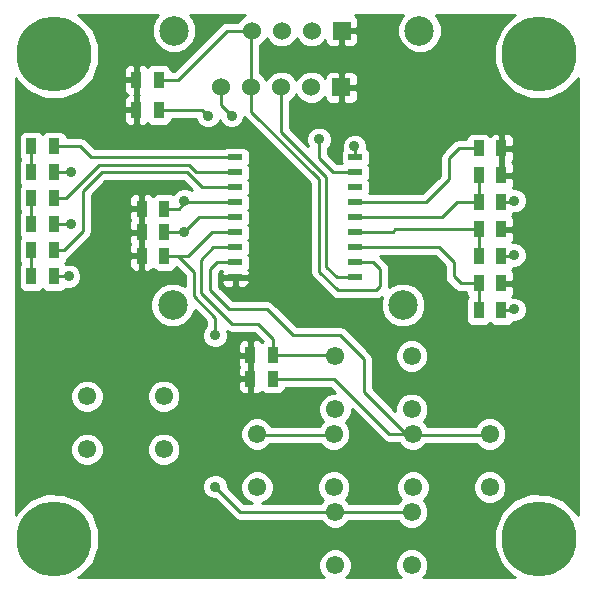
<source format=gtl>
G04 (created by PCBNEW (2013-07-07 BZR 4022)-stable) date 3/7/2015 2:00:05 PM*
%MOIN*%
G04 Gerber Fmt 3.4, Leading zero omitted, Abs format*
%FSLAX34Y34*%
G01*
G70*
G90*
G04 APERTURE LIST*
%ADD10C,0.00590551*%
%ADD11C,0.061*%
%ADD12C,0.25*%
%ADD13R,0.035X0.055*%
%ADD14R,0.045X0.02*%
%ADD15R,0.06X0.06*%
%ADD16C,0.06*%
%ADD17C,0.0984252*%
%ADD18C,0.035*%
%ADD19C,0.01*%
G04 APERTURE END LIST*
G54D10*
G54D11*
X50924Y-39822D03*
X50924Y-41594D03*
X53484Y-39822D03*
X53484Y-41594D03*
X48326Y-37224D03*
X48326Y-38996D03*
X50886Y-37224D03*
X50886Y-38996D03*
X48326Y-42421D03*
X48326Y-44193D03*
X50886Y-42421D03*
X50886Y-44193D03*
X45727Y-39822D03*
X45727Y-41594D03*
X48287Y-39822D03*
X48287Y-41594D03*
X40058Y-38562D03*
X40058Y-40334D03*
X42618Y-38562D03*
X42618Y-40334D03*
G54D12*
X55118Y-43307D03*
X38976Y-43307D03*
X55118Y-27165D03*
X38976Y-27165D03*
G54D13*
X45506Y-37980D03*
X46256Y-37980D03*
X45506Y-37192D03*
X46256Y-37192D03*
X41884Y-33885D03*
X42634Y-33885D03*
X41884Y-33098D03*
X42634Y-33098D03*
X41884Y-32311D03*
X42634Y-32311D03*
X38207Y-34566D03*
X38957Y-34566D03*
X38207Y-32834D03*
X38957Y-32834D03*
X38207Y-31102D03*
X38957Y-31102D03*
X38957Y-33700D03*
X38207Y-33700D03*
X38957Y-31968D03*
X38207Y-31968D03*
X38957Y-30236D03*
X38207Y-30236D03*
X41705Y-29023D03*
X42455Y-29023D03*
X41705Y-28023D03*
X42455Y-28023D03*
X53860Y-34806D03*
X53110Y-34806D03*
X53860Y-33006D03*
X53110Y-33006D03*
X53860Y-31206D03*
X53110Y-31206D03*
X53860Y-30306D03*
X53110Y-30306D03*
G54D14*
X45007Y-34598D03*
X45007Y-34098D03*
X45007Y-32598D03*
X45007Y-32098D03*
X49007Y-34598D03*
X49007Y-34098D03*
X49007Y-33598D03*
X49007Y-33098D03*
X49007Y-32598D03*
X49007Y-32098D03*
X49007Y-31598D03*
X49007Y-31098D03*
X49007Y-30598D03*
X45007Y-30598D03*
X45007Y-31098D03*
X45007Y-31598D03*
X45007Y-33098D03*
X45007Y-33598D03*
G54D13*
X53110Y-35706D03*
X53860Y-35706D03*
X53110Y-33906D03*
X53860Y-33906D03*
X53110Y-32106D03*
X53860Y-32106D03*
G54D15*
X48547Y-26377D03*
G54D16*
X47547Y-26377D03*
X46547Y-26377D03*
X45547Y-26377D03*
G54D17*
X50590Y-35523D03*
X42913Y-35523D03*
X51141Y-26377D03*
X42952Y-26377D03*
G54D15*
X48535Y-28267D03*
G54D16*
X47535Y-28267D03*
X46535Y-28267D03*
X45535Y-28267D03*
X44535Y-28267D03*
G54D18*
X54291Y-35669D03*
X54291Y-33858D03*
X54291Y-32047D03*
X48976Y-30236D03*
X39448Y-34566D03*
X39527Y-32834D03*
X39527Y-31102D03*
X44094Y-29212D03*
X44881Y-29212D03*
X47795Y-30000D03*
X44330Y-41574D03*
X44330Y-36535D03*
X43279Y-33098D03*
X43307Y-32047D03*
G54D19*
X49007Y-32598D02*
X51889Y-32598D01*
X52381Y-32106D02*
X53110Y-32106D01*
X51889Y-32598D02*
X52381Y-32106D01*
X53110Y-31206D02*
X53110Y-32106D01*
X49007Y-33098D02*
X50248Y-33098D01*
X50340Y-33006D02*
X53110Y-33006D01*
X50248Y-33098D02*
X50340Y-33006D01*
X53110Y-33906D02*
X53110Y-33006D01*
X49007Y-33598D02*
X51787Y-33598D01*
X52522Y-34806D02*
X53110Y-34806D01*
X52283Y-34566D02*
X52522Y-34806D01*
X52283Y-34094D02*
X52283Y-34566D01*
X51787Y-33598D02*
X52283Y-34094D01*
X53110Y-35706D02*
X53110Y-34806D01*
X53860Y-35706D02*
X54254Y-35706D01*
X54254Y-35706D02*
X54291Y-35669D01*
X53860Y-33906D02*
X54243Y-33906D01*
X54243Y-33906D02*
X54291Y-33858D01*
X53860Y-32106D02*
X54232Y-32106D01*
X54232Y-32106D02*
X54291Y-32047D01*
X49007Y-30598D02*
X49007Y-30267D01*
X49007Y-30267D02*
X48976Y-30236D01*
X38957Y-34566D02*
X39448Y-34566D01*
X38957Y-32834D02*
X39527Y-32834D01*
X38957Y-31102D02*
X39527Y-31102D01*
X46535Y-28267D02*
X46535Y-29763D01*
X48031Y-31259D02*
X48031Y-32125D01*
X46535Y-29763D02*
X48031Y-31259D01*
X48031Y-33543D02*
X48031Y-32125D01*
X48031Y-34251D02*
X48031Y-33543D01*
X48377Y-34598D02*
X48031Y-34251D01*
X49007Y-34598D02*
X48377Y-34598D01*
X42455Y-29023D02*
X43905Y-29023D01*
X43905Y-29023D02*
X44094Y-29212D01*
X45535Y-28267D02*
X45535Y-29078D01*
X47795Y-34409D02*
X48425Y-35039D01*
X47795Y-31338D02*
X47795Y-34409D01*
X45535Y-29078D02*
X47795Y-31338D01*
X48976Y-35039D02*
X48425Y-35039D01*
X49602Y-34098D02*
X49842Y-34338D01*
X49842Y-34338D02*
X49842Y-34881D01*
X49842Y-34881D02*
X49685Y-35039D01*
X49685Y-35039D02*
X49212Y-35039D01*
X49007Y-34098D02*
X49602Y-34098D01*
X49212Y-35039D02*
X48976Y-35039D01*
X45535Y-28267D02*
X45535Y-26389D01*
X45535Y-26389D02*
X45547Y-26377D01*
X42455Y-28023D02*
X43078Y-28023D01*
X43078Y-28023D02*
X44724Y-26377D01*
X44724Y-26377D02*
X45547Y-26377D01*
X38207Y-34566D02*
X38207Y-33700D01*
X44535Y-28267D02*
X44535Y-28866D01*
X44535Y-28866D02*
X44881Y-29212D01*
X47795Y-30000D02*
X47795Y-30629D01*
X47795Y-30629D02*
X48263Y-31098D01*
X48263Y-31098D02*
X49007Y-31098D01*
X45007Y-31098D02*
X43696Y-31098D01*
X40472Y-30866D02*
X40236Y-31102D01*
X43464Y-30866D02*
X40472Y-30866D01*
X43696Y-31098D02*
X43464Y-30866D01*
X39370Y-31968D02*
X38957Y-31968D01*
X40236Y-31102D02*
X39370Y-31968D01*
X45748Y-35669D02*
X46062Y-35669D01*
X48503Y-36535D02*
X49291Y-37322D01*
X46929Y-36535D02*
X48503Y-36535D01*
X46062Y-35669D02*
X46929Y-36535D01*
X50924Y-39822D02*
X50688Y-39822D01*
X50688Y-39822D02*
X49291Y-38425D01*
X49291Y-38425D02*
X49291Y-37322D01*
X44405Y-34098D02*
X45007Y-34098D01*
X44173Y-34330D02*
X44405Y-34098D01*
X44173Y-35039D02*
X44173Y-34330D01*
X44803Y-35669D02*
X44173Y-35039D01*
X45748Y-35669D02*
X44803Y-35669D01*
X46256Y-37980D02*
X48295Y-37980D01*
X50137Y-39822D02*
X50924Y-39822D01*
X48295Y-37980D02*
X50137Y-39822D01*
X50885Y-39862D02*
X53445Y-39862D01*
X45007Y-33598D02*
X44275Y-33598D01*
X43858Y-35118D02*
X44881Y-36141D01*
X43858Y-34015D02*
X43858Y-35118D01*
X44275Y-33598D02*
X43858Y-34015D01*
X46256Y-36650D02*
X46256Y-37192D01*
X45748Y-36141D02*
X46256Y-36650D01*
X44881Y-36141D02*
X45748Y-36141D01*
X46256Y-37192D02*
X48294Y-37192D01*
X48294Y-37192D02*
X48326Y-37224D01*
X48326Y-42421D02*
X45176Y-42421D01*
X45176Y-42421D02*
X44330Y-41574D01*
X42634Y-33885D02*
X43098Y-33885D01*
X44330Y-41574D02*
X45176Y-42421D01*
X44330Y-35944D02*
X44330Y-36535D01*
X43622Y-35236D02*
X44330Y-35944D01*
X43622Y-34409D02*
X43622Y-35236D01*
X43098Y-33885D02*
X43622Y-34409D01*
X45007Y-33098D02*
X44224Y-33098D01*
X43437Y-33885D02*
X42634Y-33885D01*
X44224Y-33098D02*
X43437Y-33885D01*
X48326Y-42421D02*
X50886Y-42421D01*
X42634Y-33098D02*
X43279Y-33098D01*
X45007Y-32598D02*
X43779Y-32598D01*
X43779Y-32598D02*
X43279Y-33098D01*
X45767Y-39862D02*
X48327Y-39862D01*
X44330Y-32098D02*
X43358Y-32098D01*
X45007Y-32098D02*
X44330Y-32098D01*
X43358Y-32098D02*
X43307Y-32047D01*
X42634Y-32311D02*
X43122Y-32311D01*
X43307Y-32125D02*
X43307Y-32047D01*
X43122Y-32311D02*
X43307Y-32125D01*
X38207Y-32834D02*
X38207Y-31968D01*
X38207Y-31102D02*
X38207Y-30236D01*
X45007Y-31598D02*
X43881Y-31598D01*
X40551Y-31102D02*
X39921Y-31732D01*
X43385Y-31102D02*
X40551Y-31102D01*
X43881Y-31598D02*
X43385Y-31102D01*
X39921Y-31732D02*
X39921Y-33070D01*
X38957Y-33700D02*
X39291Y-33700D01*
X39291Y-33700D02*
X39921Y-33070D01*
X49007Y-32098D02*
X51366Y-32098D01*
X52449Y-30306D02*
X53110Y-30306D01*
X52125Y-30629D02*
X52449Y-30306D01*
X52125Y-31338D02*
X52125Y-30629D01*
X51366Y-32098D02*
X52125Y-31338D01*
X45007Y-30598D02*
X40204Y-30598D01*
X39842Y-30236D02*
X38957Y-30236D01*
X40204Y-30598D02*
X39842Y-30236D01*
G54D10*
G36*
X56413Y-42513D02*
X56390Y-42458D01*
X55968Y-42036D01*
X55417Y-41807D01*
X54821Y-41806D01*
X54269Y-42034D01*
X54039Y-42264D01*
X54039Y-41484D01*
X54039Y-39712D01*
X53955Y-39508D01*
X53799Y-39352D01*
X53595Y-39267D01*
X53374Y-39267D01*
X53170Y-39351D01*
X53014Y-39507D01*
X52992Y-39562D01*
X51417Y-39562D01*
X51395Y-39508D01*
X51277Y-39390D01*
X51356Y-39311D01*
X51441Y-39107D01*
X51441Y-38886D01*
X51441Y-37114D01*
X51357Y-36910D01*
X51201Y-36754D01*
X50997Y-36669D01*
X50776Y-36669D01*
X50572Y-36753D01*
X50416Y-36909D01*
X50331Y-37113D01*
X50331Y-37334D01*
X50415Y-37538D01*
X50571Y-37694D01*
X50775Y-37779D01*
X50996Y-37779D01*
X51200Y-37695D01*
X51356Y-37539D01*
X51441Y-37335D01*
X51441Y-37114D01*
X51441Y-38886D01*
X51357Y-38682D01*
X51201Y-38526D01*
X50997Y-38441D01*
X50776Y-38441D01*
X50572Y-38525D01*
X50416Y-38681D01*
X50331Y-38885D01*
X50331Y-39040D01*
X49591Y-38300D01*
X49591Y-37322D01*
X49568Y-37208D01*
X49503Y-37110D01*
X48716Y-36323D01*
X48618Y-36258D01*
X48503Y-36235D01*
X47053Y-36235D01*
X46275Y-35457D01*
X46177Y-35392D01*
X46062Y-35369D01*
X45748Y-35369D01*
X45482Y-35369D01*
X45482Y-34747D01*
X45482Y-34710D01*
X45420Y-34648D01*
X45057Y-34648D01*
X45057Y-34885D01*
X45120Y-34948D01*
X45183Y-34948D01*
X45282Y-34948D01*
X45374Y-34910D01*
X45444Y-34839D01*
X45482Y-34747D01*
X45482Y-35369D01*
X44957Y-35369D01*
X44957Y-34885D01*
X44957Y-34648D01*
X44595Y-34648D01*
X44532Y-34710D01*
X44532Y-34747D01*
X44570Y-34839D01*
X44641Y-34910D01*
X44732Y-34948D01*
X44832Y-34948D01*
X44895Y-34948D01*
X44957Y-34885D01*
X44957Y-35369D01*
X44927Y-35369D01*
X44473Y-34915D01*
X44473Y-34454D01*
X44529Y-34398D01*
X44553Y-34398D01*
X44532Y-34448D01*
X44532Y-34485D01*
X44595Y-34548D01*
X44957Y-34548D01*
X44957Y-34540D01*
X45057Y-34540D01*
X45057Y-34548D01*
X45420Y-34548D01*
X45482Y-34485D01*
X45482Y-34448D01*
X45444Y-34356D01*
X45436Y-34348D01*
X45444Y-34340D01*
X45482Y-34248D01*
X45482Y-34148D01*
X45482Y-33948D01*
X45444Y-33856D01*
X45436Y-33848D01*
X45444Y-33840D01*
X45482Y-33748D01*
X45482Y-33648D01*
X45482Y-33448D01*
X45444Y-33356D01*
X45436Y-33348D01*
X45444Y-33340D01*
X45482Y-33248D01*
X45482Y-33148D01*
X45482Y-32948D01*
X45444Y-32856D01*
X45436Y-32848D01*
X45444Y-32840D01*
X45482Y-32748D01*
X45482Y-32648D01*
X45482Y-32448D01*
X45444Y-32356D01*
X45436Y-32348D01*
X45444Y-32340D01*
X45482Y-32248D01*
X45482Y-32148D01*
X45482Y-31948D01*
X45444Y-31856D01*
X45436Y-31848D01*
X45444Y-31840D01*
X45482Y-31748D01*
X45482Y-31648D01*
X45482Y-31448D01*
X45444Y-31356D01*
X45436Y-31348D01*
X45444Y-31340D01*
X45482Y-31248D01*
X45482Y-31148D01*
X45482Y-30948D01*
X45444Y-30856D01*
X45436Y-30848D01*
X45444Y-30840D01*
X45482Y-30748D01*
X45482Y-30648D01*
X45482Y-30448D01*
X45444Y-30356D01*
X45374Y-30286D01*
X45282Y-30248D01*
X45183Y-30248D01*
X44733Y-30248D01*
X44641Y-30286D01*
X44629Y-30298D01*
X41655Y-30298D01*
X41655Y-29486D01*
X41655Y-29073D01*
X41655Y-28973D01*
X41655Y-28561D01*
X41617Y-28523D01*
X41655Y-28486D01*
X41655Y-28073D01*
X41655Y-27973D01*
X41655Y-27561D01*
X41592Y-27498D01*
X41480Y-27498D01*
X41388Y-27536D01*
X41318Y-27606D01*
X41280Y-27698D01*
X41280Y-27798D01*
X41280Y-27911D01*
X41342Y-27973D01*
X41655Y-27973D01*
X41655Y-28073D01*
X41342Y-28073D01*
X41280Y-28136D01*
X41280Y-28249D01*
X41280Y-28348D01*
X41318Y-28440D01*
X41388Y-28510D01*
X41420Y-28523D01*
X41388Y-28536D01*
X41318Y-28606D01*
X41280Y-28698D01*
X41280Y-28798D01*
X41280Y-28911D01*
X41342Y-28973D01*
X41655Y-28973D01*
X41655Y-29073D01*
X41342Y-29073D01*
X41280Y-29136D01*
X41280Y-29249D01*
X41280Y-29348D01*
X41318Y-29440D01*
X41388Y-29510D01*
X41480Y-29548D01*
X41592Y-29548D01*
X41655Y-29486D01*
X41655Y-30298D01*
X40328Y-30298D01*
X40054Y-30024D01*
X39957Y-29959D01*
X39842Y-29936D01*
X39382Y-29936D01*
X39382Y-29911D01*
X39344Y-29819D01*
X39274Y-29749D01*
X39182Y-29711D01*
X39083Y-29711D01*
X38733Y-29711D01*
X38641Y-29749D01*
X38582Y-29807D01*
X38524Y-29749D01*
X38432Y-29711D01*
X38333Y-29711D01*
X37983Y-29711D01*
X37891Y-29749D01*
X37820Y-29819D01*
X37782Y-29911D01*
X37782Y-30010D01*
X37782Y-30560D01*
X37820Y-30652D01*
X37837Y-30669D01*
X37820Y-30685D01*
X37782Y-30777D01*
X37782Y-30876D01*
X37782Y-31426D01*
X37820Y-31518D01*
X37837Y-31535D01*
X37820Y-31551D01*
X37782Y-31643D01*
X37782Y-31743D01*
X37782Y-32293D01*
X37820Y-32384D01*
X37837Y-32401D01*
X37820Y-32417D01*
X37782Y-32509D01*
X37782Y-32609D01*
X37782Y-33159D01*
X37820Y-33251D01*
X37837Y-33267D01*
X37820Y-33283D01*
X37782Y-33375D01*
X37782Y-33475D01*
X37782Y-34025D01*
X37820Y-34117D01*
X37837Y-34133D01*
X37820Y-34150D01*
X37782Y-34241D01*
X37782Y-34341D01*
X37782Y-34891D01*
X37820Y-34983D01*
X37890Y-35053D01*
X37982Y-35091D01*
X38082Y-35091D01*
X38432Y-35091D01*
X38524Y-35053D01*
X38582Y-34995D01*
X38640Y-35053D01*
X38732Y-35091D01*
X38832Y-35091D01*
X39182Y-35091D01*
X39274Y-35053D01*
X39344Y-34983D01*
X39363Y-34991D01*
X39532Y-34992D01*
X39689Y-34927D01*
X39808Y-34807D01*
X39873Y-34651D01*
X39873Y-34482D01*
X39809Y-34326D01*
X39689Y-34206D01*
X39533Y-34142D01*
X39364Y-34141D01*
X39344Y-34150D01*
X39328Y-34133D01*
X39344Y-34117D01*
X39382Y-34025D01*
X39382Y-33982D01*
X39406Y-33977D01*
X39406Y-33977D01*
X39503Y-33912D01*
X40133Y-33282D01*
X40133Y-33282D01*
X40198Y-33185D01*
X40221Y-33070D01*
X40221Y-33070D01*
X40221Y-31856D01*
X40675Y-31402D01*
X43261Y-31402D01*
X43545Y-31685D01*
X43391Y-31622D01*
X43222Y-31622D01*
X43066Y-31686D01*
X42946Y-31806D01*
X42941Y-31819D01*
X42859Y-31786D01*
X42760Y-31785D01*
X42410Y-31785D01*
X42318Y-31823D01*
X42259Y-31882D01*
X42201Y-31823D01*
X42109Y-31785D01*
X41997Y-31786D01*
X41934Y-31848D01*
X41934Y-32261D01*
X41942Y-32261D01*
X41942Y-32361D01*
X41934Y-32361D01*
X41934Y-32635D01*
X41934Y-32773D01*
X41934Y-33048D01*
X41942Y-33048D01*
X41942Y-33148D01*
X41934Y-33148D01*
X41934Y-33423D01*
X41934Y-33560D01*
X41934Y-33835D01*
X41942Y-33835D01*
X41942Y-33935D01*
X41934Y-33935D01*
X41934Y-34348D01*
X41997Y-34410D01*
X42109Y-34410D01*
X42201Y-34372D01*
X42259Y-34314D01*
X42318Y-34372D01*
X42409Y-34410D01*
X42509Y-34410D01*
X42859Y-34410D01*
X42951Y-34372D01*
X43021Y-34302D01*
X43041Y-34253D01*
X43322Y-34533D01*
X43322Y-34889D01*
X43061Y-34781D01*
X42766Y-34781D01*
X42493Y-34894D01*
X42284Y-35102D01*
X42171Y-35375D01*
X42171Y-35670D01*
X42283Y-35943D01*
X42492Y-36152D01*
X42765Y-36265D01*
X43060Y-36265D01*
X43333Y-36153D01*
X43542Y-35944D01*
X43648Y-35687D01*
X44030Y-36069D01*
X44030Y-36234D01*
X43970Y-36294D01*
X43905Y-36450D01*
X43905Y-36619D01*
X43970Y-36775D01*
X44089Y-36895D01*
X44245Y-36960D01*
X44414Y-36960D01*
X44571Y-36895D01*
X44690Y-36776D01*
X44755Y-36620D01*
X44755Y-36451D01*
X44732Y-36396D01*
X44767Y-36418D01*
X44881Y-36441D01*
X45623Y-36441D01*
X45914Y-36732D01*
X45881Y-36764D01*
X45823Y-36705D01*
X45731Y-36667D01*
X45619Y-36667D01*
X45556Y-36730D01*
X45556Y-37142D01*
X45564Y-37142D01*
X45564Y-37242D01*
X45556Y-37242D01*
X45556Y-37517D01*
X45556Y-37655D01*
X45556Y-37930D01*
X45564Y-37930D01*
X45564Y-38030D01*
X45556Y-38030D01*
X45556Y-38442D01*
X45619Y-38505D01*
X45731Y-38505D01*
X45823Y-38467D01*
X45881Y-38408D01*
X45940Y-38467D01*
X46031Y-38505D01*
X46131Y-38505D01*
X46481Y-38505D01*
X46573Y-38467D01*
X46643Y-38397D01*
X46681Y-38305D01*
X46681Y-38280D01*
X48171Y-38280D01*
X48331Y-38441D01*
X48216Y-38441D01*
X48012Y-38525D01*
X47856Y-38681D01*
X47771Y-38885D01*
X47771Y-39106D01*
X47855Y-39310D01*
X47935Y-39390D01*
X47817Y-39507D01*
X47795Y-39562D01*
X46220Y-39562D01*
X46198Y-39508D01*
X46042Y-39352D01*
X45838Y-39267D01*
X45617Y-39267D01*
X45456Y-39334D01*
X45456Y-38442D01*
X45456Y-38030D01*
X45456Y-37930D01*
X45456Y-37655D01*
X45456Y-37517D01*
X45456Y-37242D01*
X45456Y-37142D01*
X45456Y-36730D01*
X45394Y-36667D01*
X45282Y-36667D01*
X45190Y-36705D01*
X45120Y-36776D01*
X45081Y-36867D01*
X45081Y-36967D01*
X45081Y-37080D01*
X45144Y-37142D01*
X45456Y-37142D01*
X45456Y-37242D01*
X45144Y-37242D01*
X45081Y-37305D01*
X45081Y-37418D01*
X45081Y-37517D01*
X45110Y-37586D01*
X45081Y-37655D01*
X45081Y-37754D01*
X45081Y-37867D01*
X45144Y-37930D01*
X45456Y-37930D01*
X45456Y-38030D01*
X45144Y-38030D01*
X45081Y-38092D01*
X45081Y-38205D01*
X45081Y-38305D01*
X45120Y-38397D01*
X45190Y-38467D01*
X45282Y-38505D01*
X45394Y-38505D01*
X45456Y-38442D01*
X45456Y-39334D01*
X45413Y-39351D01*
X45257Y-39507D01*
X45172Y-39711D01*
X45172Y-39932D01*
X45257Y-40136D01*
X45413Y-40292D01*
X45616Y-40377D01*
X45837Y-40377D01*
X46041Y-40293D01*
X46173Y-40162D01*
X47842Y-40162D01*
X47973Y-40292D01*
X48176Y-40377D01*
X48397Y-40377D01*
X48601Y-40293D01*
X48758Y-40137D01*
X48842Y-39933D01*
X48842Y-39712D01*
X48758Y-39508D01*
X48678Y-39428D01*
X48796Y-39311D01*
X48881Y-39107D01*
X48881Y-38990D01*
X49925Y-40034D01*
X49925Y-40034D01*
X50022Y-40099D01*
X50137Y-40122D01*
X50448Y-40122D01*
X50453Y-40136D01*
X50609Y-40292D01*
X50813Y-40377D01*
X51034Y-40377D01*
X51238Y-40293D01*
X51370Y-40162D01*
X53039Y-40162D01*
X53169Y-40292D01*
X53373Y-40377D01*
X53594Y-40377D01*
X53798Y-40293D01*
X53954Y-40137D01*
X54039Y-39933D01*
X54039Y-39712D01*
X54039Y-41484D01*
X53955Y-41280D01*
X53799Y-41124D01*
X53595Y-41039D01*
X53374Y-41039D01*
X53170Y-41123D01*
X53014Y-41279D01*
X52929Y-41483D01*
X52929Y-41704D01*
X53013Y-41908D01*
X53169Y-42064D01*
X53373Y-42149D01*
X53594Y-42149D01*
X53798Y-42065D01*
X53954Y-41909D01*
X54039Y-41705D01*
X54039Y-41484D01*
X54039Y-42264D01*
X53847Y-42456D01*
X53618Y-43007D01*
X53617Y-43604D01*
X53845Y-44155D01*
X54267Y-44577D01*
X54326Y-44602D01*
X51479Y-44602D01*
X51479Y-41484D01*
X51395Y-41280D01*
X51239Y-41124D01*
X51035Y-41039D01*
X50814Y-41039D01*
X50610Y-41123D01*
X50454Y-41279D01*
X50369Y-41483D01*
X50369Y-41704D01*
X50453Y-41908D01*
X50533Y-41988D01*
X50416Y-42106D01*
X50409Y-42121D01*
X48802Y-42121D01*
X48797Y-42107D01*
X48678Y-41988D01*
X48758Y-41909D01*
X48842Y-41705D01*
X48842Y-41484D01*
X48758Y-41280D01*
X48602Y-41124D01*
X48398Y-41039D01*
X48177Y-41039D01*
X47973Y-41123D01*
X47817Y-41279D01*
X47732Y-41483D01*
X47732Y-41704D01*
X47817Y-41908D01*
X47935Y-42027D01*
X47856Y-42106D01*
X47849Y-42121D01*
X45907Y-42121D01*
X46041Y-42065D01*
X46198Y-41909D01*
X46282Y-41705D01*
X46282Y-41484D01*
X46198Y-41280D01*
X46042Y-41124D01*
X45838Y-41039D01*
X45617Y-41039D01*
X45413Y-41123D01*
X45257Y-41279D01*
X45172Y-41483D01*
X45172Y-41704D01*
X45257Y-41908D01*
X45413Y-42064D01*
X45548Y-42121D01*
X45301Y-42121D01*
X44755Y-41575D01*
X44755Y-41490D01*
X44691Y-41334D01*
X44571Y-41214D01*
X44415Y-41149D01*
X44246Y-41149D01*
X44090Y-41214D01*
X43970Y-41333D01*
X43905Y-41489D01*
X43905Y-41658D01*
X43970Y-41815D01*
X44089Y-41934D01*
X44245Y-41999D01*
X44331Y-41999D01*
X44964Y-42633D01*
X44964Y-42633D01*
X45062Y-42698D01*
X45176Y-42721D01*
X45176Y-42721D01*
X47849Y-42721D01*
X47855Y-42735D01*
X48011Y-42891D01*
X48215Y-42975D01*
X48436Y-42976D01*
X48640Y-42891D01*
X48796Y-42735D01*
X48802Y-42721D01*
X50409Y-42721D01*
X50415Y-42735D01*
X50571Y-42891D01*
X50775Y-42975D01*
X50996Y-42976D01*
X51200Y-42891D01*
X51356Y-42735D01*
X51441Y-42531D01*
X51441Y-42311D01*
X51357Y-42107D01*
X51277Y-42027D01*
X51394Y-41909D01*
X51479Y-41705D01*
X51479Y-41484D01*
X51479Y-44602D01*
X51261Y-44602D01*
X51356Y-44507D01*
X51441Y-44303D01*
X51441Y-44083D01*
X51357Y-43879D01*
X51201Y-43722D01*
X50997Y-43638D01*
X50776Y-43637D01*
X50572Y-43722D01*
X50416Y-43878D01*
X50331Y-44082D01*
X50331Y-44302D01*
X50415Y-44507D01*
X50510Y-44602D01*
X48701Y-44602D01*
X48796Y-44507D01*
X48881Y-44303D01*
X48881Y-44083D01*
X48797Y-43879D01*
X48641Y-43722D01*
X48437Y-43638D01*
X48216Y-43637D01*
X48012Y-43722D01*
X47856Y-43878D01*
X47771Y-44082D01*
X47771Y-44302D01*
X47855Y-44507D01*
X47950Y-44602D01*
X43173Y-44602D01*
X43173Y-40224D01*
X43173Y-38452D01*
X43089Y-38248D01*
X42933Y-38092D01*
X42729Y-38007D01*
X42508Y-38007D01*
X42304Y-38092D01*
X42148Y-38248D01*
X42063Y-38451D01*
X42063Y-38672D01*
X42147Y-38876D01*
X42303Y-39033D01*
X42507Y-39117D01*
X42728Y-39117D01*
X42932Y-39033D01*
X43088Y-38877D01*
X43173Y-38673D01*
X43173Y-38452D01*
X43173Y-40224D01*
X43089Y-40020D01*
X42933Y-39864D01*
X42729Y-39779D01*
X42508Y-39779D01*
X42304Y-39864D01*
X42148Y-40020D01*
X42063Y-40223D01*
X42063Y-40444D01*
X42147Y-40648D01*
X42303Y-40805D01*
X42507Y-40889D01*
X42728Y-40889D01*
X42932Y-40805D01*
X43088Y-40649D01*
X43173Y-40445D01*
X43173Y-40224D01*
X43173Y-44602D01*
X41834Y-44602D01*
X41834Y-34348D01*
X41834Y-33935D01*
X41834Y-33835D01*
X41834Y-33560D01*
X41834Y-33423D01*
X41834Y-33148D01*
X41834Y-33048D01*
X41834Y-32773D01*
X41834Y-32635D01*
X41834Y-32361D01*
X41834Y-32261D01*
X41834Y-31848D01*
X41772Y-31786D01*
X41660Y-31785D01*
X41568Y-31823D01*
X41498Y-31894D01*
X41459Y-31986D01*
X41459Y-32085D01*
X41459Y-32198D01*
X41522Y-32261D01*
X41834Y-32261D01*
X41834Y-32361D01*
X41522Y-32361D01*
X41459Y-32423D01*
X41459Y-32536D01*
X41459Y-32635D01*
X41488Y-32704D01*
X41459Y-32773D01*
X41459Y-32872D01*
X41459Y-32985D01*
X41522Y-33048D01*
X41834Y-33048D01*
X41834Y-33148D01*
X41522Y-33148D01*
X41459Y-33210D01*
X41459Y-33323D01*
X41459Y-33423D01*
X41488Y-33492D01*
X41459Y-33560D01*
X41459Y-33660D01*
X41459Y-33773D01*
X41522Y-33835D01*
X41834Y-33835D01*
X41834Y-33935D01*
X41522Y-33935D01*
X41459Y-33998D01*
X41459Y-34111D01*
X41459Y-34210D01*
X41498Y-34302D01*
X41568Y-34372D01*
X41660Y-34410D01*
X41772Y-34410D01*
X41834Y-34348D01*
X41834Y-44602D01*
X40613Y-44602D01*
X40613Y-40224D01*
X40613Y-38452D01*
X40529Y-38248D01*
X40373Y-38092D01*
X40169Y-38007D01*
X39948Y-38007D01*
X39744Y-38092D01*
X39588Y-38248D01*
X39503Y-38451D01*
X39503Y-38672D01*
X39587Y-38876D01*
X39743Y-39033D01*
X39947Y-39117D01*
X40168Y-39117D01*
X40372Y-39033D01*
X40528Y-38877D01*
X40613Y-38673D01*
X40613Y-38452D01*
X40613Y-40224D01*
X40529Y-40020D01*
X40373Y-39864D01*
X40169Y-39779D01*
X39948Y-39779D01*
X39744Y-39864D01*
X39588Y-40020D01*
X39503Y-40223D01*
X39503Y-40444D01*
X39587Y-40648D01*
X39743Y-40805D01*
X39947Y-40889D01*
X40168Y-40889D01*
X40372Y-40805D01*
X40528Y-40649D01*
X40613Y-40445D01*
X40613Y-40224D01*
X40613Y-44602D01*
X39769Y-44602D01*
X39824Y-44579D01*
X40247Y-44157D01*
X40476Y-43606D01*
X40476Y-43010D01*
X40248Y-42458D01*
X39827Y-42036D01*
X39276Y-41807D01*
X38679Y-41806D01*
X38127Y-42034D01*
X37705Y-42456D01*
X37681Y-42515D01*
X37681Y-27958D01*
X37703Y-28013D01*
X38125Y-28436D01*
X38676Y-28665D01*
X39273Y-28665D01*
X39824Y-28437D01*
X40247Y-28016D01*
X40476Y-27465D01*
X40476Y-26868D01*
X40248Y-26316D01*
X39827Y-25894D01*
X39768Y-25870D01*
X42411Y-25870D01*
X42323Y-25957D01*
X42210Y-26229D01*
X42210Y-26524D01*
X42323Y-26797D01*
X42531Y-27006D01*
X42804Y-27119D01*
X43099Y-27120D01*
X43372Y-27007D01*
X43581Y-26798D01*
X43694Y-26526D01*
X43695Y-26230D01*
X43582Y-25958D01*
X43494Y-25870D01*
X45336Y-25870D01*
X45236Y-25911D01*
X45081Y-26065D01*
X45076Y-26077D01*
X44724Y-26077D01*
X44609Y-26100D01*
X44512Y-26165D01*
X42954Y-27723D01*
X42880Y-27723D01*
X42880Y-27699D01*
X42842Y-27607D01*
X42772Y-27536D01*
X42680Y-27498D01*
X42580Y-27498D01*
X42230Y-27498D01*
X42138Y-27536D01*
X42080Y-27595D01*
X42021Y-27536D01*
X41929Y-27498D01*
X41817Y-27498D01*
X41755Y-27561D01*
X41755Y-27973D01*
X41763Y-27973D01*
X41763Y-28073D01*
X41755Y-28073D01*
X41755Y-28486D01*
X41792Y-28523D01*
X41755Y-28561D01*
X41755Y-28973D01*
X41763Y-28973D01*
X41763Y-29073D01*
X41755Y-29073D01*
X41755Y-29486D01*
X41817Y-29548D01*
X41929Y-29548D01*
X42021Y-29510D01*
X42080Y-29452D01*
X42138Y-29510D01*
X42230Y-29548D01*
X42329Y-29548D01*
X42679Y-29548D01*
X42771Y-29510D01*
X42842Y-29440D01*
X42880Y-29348D01*
X42880Y-29323D01*
X43680Y-29323D01*
X43733Y-29453D01*
X43853Y-29572D01*
X44009Y-29637D01*
X44178Y-29637D01*
X44334Y-29573D01*
X44454Y-29453D01*
X44488Y-29372D01*
X44521Y-29453D01*
X44640Y-29572D01*
X44796Y-29637D01*
X44966Y-29637D01*
X45122Y-29573D01*
X45241Y-29453D01*
X45306Y-29297D01*
X45306Y-29266D01*
X45323Y-29290D01*
X47495Y-31462D01*
X47495Y-34409D01*
X47518Y-34524D01*
X47583Y-34621D01*
X48213Y-35251D01*
X48213Y-35251D01*
X48310Y-35316D01*
X48425Y-35339D01*
X48976Y-35339D01*
X49212Y-35339D01*
X49685Y-35339D01*
X49685Y-35339D01*
X49799Y-35316D01*
X49799Y-35316D01*
X49897Y-35251D01*
X49901Y-35246D01*
X49848Y-35375D01*
X49848Y-35670D01*
X49961Y-35943D01*
X50169Y-36152D01*
X50442Y-36265D01*
X50737Y-36265D01*
X51010Y-36153D01*
X51219Y-35944D01*
X51332Y-35671D01*
X51332Y-35376D01*
X51220Y-35103D01*
X51011Y-34894D01*
X50738Y-34781D01*
X50443Y-34781D01*
X50170Y-34894D01*
X50132Y-34932D01*
X50142Y-34881D01*
X50142Y-34881D01*
X50142Y-34338D01*
X50119Y-34223D01*
X50054Y-34126D01*
X50054Y-34126D01*
X49826Y-33898D01*
X51663Y-33898D01*
X51983Y-34218D01*
X51983Y-34566D01*
X52006Y-34681D01*
X52071Y-34779D01*
X52310Y-35018D01*
X52310Y-35018D01*
X52408Y-35083D01*
X52522Y-35106D01*
X52522Y-35106D01*
X52685Y-35106D01*
X52685Y-35130D01*
X52723Y-35222D01*
X52757Y-35256D01*
X52724Y-35289D01*
X52685Y-35381D01*
X52685Y-35480D01*
X52685Y-36030D01*
X52723Y-36122D01*
X52794Y-36193D01*
X52885Y-36231D01*
X52985Y-36231D01*
X53335Y-36231D01*
X53427Y-36193D01*
X53485Y-36134D01*
X53544Y-36193D01*
X53635Y-36231D01*
X53735Y-36231D01*
X54085Y-36231D01*
X54177Y-36193D01*
X54247Y-36123D01*
X54259Y-36094D01*
X54375Y-36094D01*
X54531Y-36029D01*
X54651Y-35910D01*
X54716Y-35754D01*
X54716Y-35585D01*
X54651Y-35428D01*
X54532Y-35309D01*
X54376Y-35244D01*
X54226Y-35244D01*
X54247Y-35223D01*
X54285Y-35131D01*
X54285Y-35031D01*
X54285Y-34918D01*
X54223Y-34856D01*
X53910Y-34856D01*
X53910Y-34864D01*
X53810Y-34864D01*
X53810Y-34856D01*
X53802Y-34856D01*
X53802Y-34756D01*
X53810Y-34756D01*
X53810Y-34748D01*
X53910Y-34748D01*
X53910Y-34756D01*
X54223Y-34756D01*
X54285Y-34693D01*
X54285Y-34580D01*
X54285Y-34481D01*
X54247Y-34389D01*
X54214Y-34356D01*
X54247Y-34323D01*
X54264Y-34283D01*
X54375Y-34283D01*
X54531Y-34218D01*
X54651Y-34099D01*
X54716Y-33943D01*
X54716Y-33774D01*
X54651Y-33617D01*
X54532Y-33498D01*
X54376Y-33433D01*
X54237Y-33433D01*
X54247Y-33423D01*
X54285Y-33331D01*
X54285Y-33231D01*
X54285Y-33118D01*
X54223Y-33056D01*
X53910Y-33056D01*
X53910Y-33064D01*
X53810Y-33064D01*
X53810Y-33056D01*
X53802Y-33056D01*
X53802Y-32956D01*
X53810Y-32956D01*
X53810Y-32948D01*
X53910Y-32948D01*
X53910Y-32956D01*
X54223Y-32956D01*
X54285Y-32893D01*
X54285Y-32780D01*
X54285Y-32681D01*
X54247Y-32589D01*
X54214Y-32556D01*
X54247Y-32523D01*
X54268Y-32472D01*
X54375Y-32472D01*
X54531Y-32407D01*
X54651Y-32288D01*
X54716Y-32132D01*
X54716Y-31963D01*
X54651Y-31806D01*
X54532Y-31687D01*
X54376Y-31622D01*
X54248Y-31622D01*
X54285Y-31531D01*
X54285Y-31431D01*
X54285Y-30980D01*
X54285Y-30881D01*
X54247Y-30789D01*
X54214Y-30756D01*
X54247Y-30723D01*
X54285Y-30631D01*
X54285Y-30531D01*
X54285Y-30080D01*
X54285Y-29981D01*
X54247Y-29889D01*
X54177Y-29819D01*
X54085Y-29781D01*
X53973Y-29781D01*
X53910Y-29843D01*
X53910Y-30256D01*
X54223Y-30256D01*
X54285Y-30193D01*
X54285Y-30080D01*
X54285Y-30531D01*
X54285Y-30418D01*
X54223Y-30356D01*
X53910Y-30356D01*
X53910Y-30743D01*
X53910Y-30768D01*
X53910Y-31156D01*
X54223Y-31156D01*
X54285Y-31093D01*
X54285Y-30980D01*
X54285Y-31431D01*
X54285Y-31318D01*
X54223Y-31256D01*
X53910Y-31256D01*
X53910Y-31264D01*
X53810Y-31264D01*
X53810Y-31256D01*
X53802Y-31256D01*
X53802Y-31156D01*
X53810Y-31156D01*
X53810Y-30768D01*
X53810Y-30743D01*
X53810Y-30356D01*
X53802Y-30356D01*
X53802Y-30256D01*
X53810Y-30256D01*
X53810Y-29843D01*
X53748Y-29781D01*
X53636Y-29781D01*
X53544Y-29819D01*
X53485Y-29877D01*
X53427Y-29819D01*
X53335Y-29781D01*
X53236Y-29781D01*
X52886Y-29781D01*
X52794Y-29819D01*
X52724Y-29889D01*
X52685Y-29981D01*
X52685Y-30006D01*
X52449Y-30006D01*
X52334Y-30029D01*
X52237Y-30094D01*
X51913Y-30417D01*
X51848Y-30515D01*
X51825Y-30629D01*
X51825Y-31214D01*
X51241Y-31798D01*
X49462Y-31798D01*
X49482Y-31748D01*
X49482Y-31648D01*
X49482Y-31448D01*
X49444Y-31356D01*
X49436Y-31348D01*
X49444Y-31340D01*
X49482Y-31248D01*
X49482Y-31148D01*
X49482Y-30948D01*
X49444Y-30856D01*
X49436Y-30848D01*
X49444Y-30840D01*
X49482Y-30748D01*
X49482Y-30648D01*
X49482Y-30448D01*
X49444Y-30356D01*
X49401Y-30313D01*
X49401Y-30152D01*
X49336Y-29995D01*
X49217Y-29876D01*
X49097Y-29826D01*
X49097Y-26628D01*
X49097Y-26490D01*
X49034Y-26427D01*
X48597Y-26427D01*
X48597Y-26865D01*
X48659Y-26927D01*
X48896Y-26927D01*
X48988Y-26890D01*
X49059Y-26819D01*
X49097Y-26727D01*
X49097Y-26628D01*
X49097Y-29826D01*
X49085Y-29821D01*
X49085Y-28518D01*
X49085Y-28017D01*
X49085Y-27917D01*
X49047Y-27825D01*
X48976Y-27755D01*
X48884Y-27717D01*
X48647Y-27717D01*
X48585Y-27780D01*
X48585Y-28217D01*
X49022Y-28217D01*
X49085Y-28155D01*
X49085Y-28017D01*
X49085Y-28518D01*
X49085Y-28380D01*
X49022Y-28317D01*
X48585Y-28317D01*
X48585Y-28755D01*
X48647Y-28817D01*
X48884Y-28817D01*
X48976Y-28779D01*
X49047Y-28709D01*
X49085Y-28617D01*
X49085Y-28518D01*
X49085Y-29821D01*
X49061Y-29811D01*
X48892Y-29811D01*
X48735Y-29875D01*
X48616Y-29995D01*
X48551Y-30151D01*
X48551Y-30320D01*
X48568Y-30362D01*
X48532Y-30448D01*
X48532Y-30547D01*
X48532Y-30747D01*
X48553Y-30798D01*
X48388Y-30798D01*
X48095Y-30505D01*
X48095Y-30301D01*
X48155Y-30241D01*
X48220Y-30084D01*
X48220Y-29915D01*
X48155Y-29759D01*
X48036Y-29639D01*
X47880Y-29575D01*
X47711Y-29574D01*
X47554Y-29639D01*
X47435Y-29758D01*
X47370Y-29915D01*
X47370Y-30084D01*
X47433Y-30237D01*
X46835Y-29639D01*
X46835Y-28738D01*
X46846Y-28734D01*
X47001Y-28579D01*
X47035Y-28497D01*
X47068Y-28578D01*
X47223Y-28733D01*
X47425Y-28817D01*
X47644Y-28817D01*
X47846Y-28734D01*
X47985Y-28595D01*
X47985Y-28617D01*
X48023Y-28709D01*
X48094Y-28779D01*
X48185Y-28817D01*
X48422Y-28817D01*
X48485Y-28755D01*
X48485Y-28317D01*
X48477Y-28317D01*
X48477Y-28217D01*
X48485Y-28217D01*
X48485Y-27780D01*
X48422Y-27717D01*
X48185Y-27717D01*
X48094Y-27755D01*
X48023Y-27825D01*
X47985Y-27917D01*
X47985Y-27940D01*
X47847Y-27801D01*
X47645Y-27717D01*
X47426Y-27717D01*
X47224Y-27801D01*
X47069Y-27955D01*
X47035Y-28037D01*
X47001Y-27956D01*
X46847Y-27801D01*
X46645Y-27717D01*
X46426Y-27717D01*
X46224Y-27801D01*
X46069Y-27955D01*
X46035Y-28037D01*
X46001Y-27956D01*
X45847Y-27801D01*
X45835Y-27796D01*
X45835Y-26853D01*
X45858Y-26844D01*
X46013Y-26689D01*
X46047Y-26608D01*
X46080Y-26689D01*
X46235Y-26843D01*
X46437Y-26927D01*
X46656Y-26928D01*
X46858Y-26844D01*
X47013Y-26689D01*
X47047Y-26608D01*
X47080Y-26689D01*
X47235Y-26843D01*
X47437Y-26927D01*
X47656Y-26928D01*
X47858Y-26844D01*
X47997Y-26705D01*
X47997Y-26727D01*
X48035Y-26819D01*
X48105Y-26890D01*
X48197Y-26927D01*
X48434Y-26927D01*
X48497Y-26865D01*
X48497Y-26427D01*
X48489Y-26427D01*
X48489Y-26327D01*
X48497Y-26327D01*
X48497Y-26320D01*
X48597Y-26320D01*
X48597Y-26327D01*
X49034Y-26327D01*
X49097Y-26265D01*
X49097Y-26127D01*
X49097Y-26028D01*
X49059Y-25936D01*
X48992Y-25870D01*
X50600Y-25870D01*
X50512Y-25957D01*
X50399Y-26229D01*
X50399Y-26524D01*
X50512Y-26797D01*
X50720Y-27006D01*
X50993Y-27119D01*
X51288Y-27120D01*
X51561Y-27007D01*
X51770Y-26798D01*
X51883Y-26526D01*
X51883Y-26230D01*
X51771Y-25958D01*
X51683Y-25870D01*
X54324Y-25870D01*
X54269Y-25892D01*
X53847Y-26314D01*
X53618Y-26865D01*
X53617Y-27462D01*
X53845Y-28013D01*
X54267Y-28436D01*
X54818Y-28665D01*
X55415Y-28665D01*
X55966Y-28437D01*
X56389Y-28016D01*
X56413Y-27957D01*
X56413Y-42513D01*
X56413Y-42513D01*
G37*
G54D19*
X56413Y-42513D02*
X56390Y-42458D01*
X55968Y-42036D01*
X55417Y-41807D01*
X54821Y-41806D01*
X54269Y-42034D01*
X54039Y-42264D01*
X54039Y-41484D01*
X54039Y-39712D01*
X53955Y-39508D01*
X53799Y-39352D01*
X53595Y-39267D01*
X53374Y-39267D01*
X53170Y-39351D01*
X53014Y-39507D01*
X52992Y-39562D01*
X51417Y-39562D01*
X51395Y-39508D01*
X51277Y-39390D01*
X51356Y-39311D01*
X51441Y-39107D01*
X51441Y-38886D01*
X51441Y-37114D01*
X51357Y-36910D01*
X51201Y-36754D01*
X50997Y-36669D01*
X50776Y-36669D01*
X50572Y-36753D01*
X50416Y-36909D01*
X50331Y-37113D01*
X50331Y-37334D01*
X50415Y-37538D01*
X50571Y-37694D01*
X50775Y-37779D01*
X50996Y-37779D01*
X51200Y-37695D01*
X51356Y-37539D01*
X51441Y-37335D01*
X51441Y-37114D01*
X51441Y-38886D01*
X51357Y-38682D01*
X51201Y-38526D01*
X50997Y-38441D01*
X50776Y-38441D01*
X50572Y-38525D01*
X50416Y-38681D01*
X50331Y-38885D01*
X50331Y-39040D01*
X49591Y-38300D01*
X49591Y-37322D01*
X49568Y-37208D01*
X49503Y-37110D01*
X48716Y-36323D01*
X48618Y-36258D01*
X48503Y-36235D01*
X47053Y-36235D01*
X46275Y-35457D01*
X46177Y-35392D01*
X46062Y-35369D01*
X45748Y-35369D01*
X45482Y-35369D01*
X45482Y-34747D01*
X45482Y-34710D01*
X45420Y-34648D01*
X45057Y-34648D01*
X45057Y-34885D01*
X45120Y-34948D01*
X45183Y-34948D01*
X45282Y-34948D01*
X45374Y-34910D01*
X45444Y-34839D01*
X45482Y-34747D01*
X45482Y-35369D01*
X44957Y-35369D01*
X44957Y-34885D01*
X44957Y-34648D01*
X44595Y-34648D01*
X44532Y-34710D01*
X44532Y-34747D01*
X44570Y-34839D01*
X44641Y-34910D01*
X44732Y-34948D01*
X44832Y-34948D01*
X44895Y-34948D01*
X44957Y-34885D01*
X44957Y-35369D01*
X44927Y-35369D01*
X44473Y-34915D01*
X44473Y-34454D01*
X44529Y-34398D01*
X44553Y-34398D01*
X44532Y-34448D01*
X44532Y-34485D01*
X44595Y-34548D01*
X44957Y-34548D01*
X44957Y-34540D01*
X45057Y-34540D01*
X45057Y-34548D01*
X45420Y-34548D01*
X45482Y-34485D01*
X45482Y-34448D01*
X45444Y-34356D01*
X45436Y-34348D01*
X45444Y-34340D01*
X45482Y-34248D01*
X45482Y-34148D01*
X45482Y-33948D01*
X45444Y-33856D01*
X45436Y-33848D01*
X45444Y-33840D01*
X45482Y-33748D01*
X45482Y-33648D01*
X45482Y-33448D01*
X45444Y-33356D01*
X45436Y-33348D01*
X45444Y-33340D01*
X45482Y-33248D01*
X45482Y-33148D01*
X45482Y-32948D01*
X45444Y-32856D01*
X45436Y-32848D01*
X45444Y-32840D01*
X45482Y-32748D01*
X45482Y-32648D01*
X45482Y-32448D01*
X45444Y-32356D01*
X45436Y-32348D01*
X45444Y-32340D01*
X45482Y-32248D01*
X45482Y-32148D01*
X45482Y-31948D01*
X45444Y-31856D01*
X45436Y-31848D01*
X45444Y-31840D01*
X45482Y-31748D01*
X45482Y-31648D01*
X45482Y-31448D01*
X45444Y-31356D01*
X45436Y-31348D01*
X45444Y-31340D01*
X45482Y-31248D01*
X45482Y-31148D01*
X45482Y-30948D01*
X45444Y-30856D01*
X45436Y-30848D01*
X45444Y-30840D01*
X45482Y-30748D01*
X45482Y-30648D01*
X45482Y-30448D01*
X45444Y-30356D01*
X45374Y-30286D01*
X45282Y-30248D01*
X45183Y-30248D01*
X44733Y-30248D01*
X44641Y-30286D01*
X44629Y-30298D01*
X41655Y-30298D01*
X41655Y-29486D01*
X41655Y-29073D01*
X41655Y-28973D01*
X41655Y-28561D01*
X41617Y-28523D01*
X41655Y-28486D01*
X41655Y-28073D01*
X41655Y-27973D01*
X41655Y-27561D01*
X41592Y-27498D01*
X41480Y-27498D01*
X41388Y-27536D01*
X41318Y-27606D01*
X41280Y-27698D01*
X41280Y-27798D01*
X41280Y-27911D01*
X41342Y-27973D01*
X41655Y-27973D01*
X41655Y-28073D01*
X41342Y-28073D01*
X41280Y-28136D01*
X41280Y-28249D01*
X41280Y-28348D01*
X41318Y-28440D01*
X41388Y-28510D01*
X41420Y-28523D01*
X41388Y-28536D01*
X41318Y-28606D01*
X41280Y-28698D01*
X41280Y-28798D01*
X41280Y-28911D01*
X41342Y-28973D01*
X41655Y-28973D01*
X41655Y-29073D01*
X41342Y-29073D01*
X41280Y-29136D01*
X41280Y-29249D01*
X41280Y-29348D01*
X41318Y-29440D01*
X41388Y-29510D01*
X41480Y-29548D01*
X41592Y-29548D01*
X41655Y-29486D01*
X41655Y-30298D01*
X40328Y-30298D01*
X40054Y-30024D01*
X39957Y-29959D01*
X39842Y-29936D01*
X39382Y-29936D01*
X39382Y-29911D01*
X39344Y-29819D01*
X39274Y-29749D01*
X39182Y-29711D01*
X39083Y-29711D01*
X38733Y-29711D01*
X38641Y-29749D01*
X38582Y-29807D01*
X38524Y-29749D01*
X38432Y-29711D01*
X38333Y-29711D01*
X37983Y-29711D01*
X37891Y-29749D01*
X37820Y-29819D01*
X37782Y-29911D01*
X37782Y-30010D01*
X37782Y-30560D01*
X37820Y-30652D01*
X37837Y-30669D01*
X37820Y-30685D01*
X37782Y-30777D01*
X37782Y-30876D01*
X37782Y-31426D01*
X37820Y-31518D01*
X37837Y-31535D01*
X37820Y-31551D01*
X37782Y-31643D01*
X37782Y-31743D01*
X37782Y-32293D01*
X37820Y-32384D01*
X37837Y-32401D01*
X37820Y-32417D01*
X37782Y-32509D01*
X37782Y-32609D01*
X37782Y-33159D01*
X37820Y-33251D01*
X37837Y-33267D01*
X37820Y-33283D01*
X37782Y-33375D01*
X37782Y-33475D01*
X37782Y-34025D01*
X37820Y-34117D01*
X37837Y-34133D01*
X37820Y-34150D01*
X37782Y-34241D01*
X37782Y-34341D01*
X37782Y-34891D01*
X37820Y-34983D01*
X37890Y-35053D01*
X37982Y-35091D01*
X38082Y-35091D01*
X38432Y-35091D01*
X38524Y-35053D01*
X38582Y-34995D01*
X38640Y-35053D01*
X38732Y-35091D01*
X38832Y-35091D01*
X39182Y-35091D01*
X39274Y-35053D01*
X39344Y-34983D01*
X39363Y-34991D01*
X39532Y-34992D01*
X39689Y-34927D01*
X39808Y-34807D01*
X39873Y-34651D01*
X39873Y-34482D01*
X39809Y-34326D01*
X39689Y-34206D01*
X39533Y-34142D01*
X39364Y-34141D01*
X39344Y-34150D01*
X39328Y-34133D01*
X39344Y-34117D01*
X39382Y-34025D01*
X39382Y-33982D01*
X39406Y-33977D01*
X39406Y-33977D01*
X39503Y-33912D01*
X40133Y-33282D01*
X40133Y-33282D01*
X40198Y-33185D01*
X40221Y-33070D01*
X40221Y-33070D01*
X40221Y-31856D01*
X40675Y-31402D01*
X43261Y-31402D01*
X43545Y-31685D01*
X43391Y-31622D01*
X43222Y-31622D01*
X43066Y-31686D01*
X42946Y-31806D01*
X42941Y-31819D01*
X42859Y-31786D01*
X42760Y-31785D01*
X42410Y-31785D01*
X42318Y-31823D01*
X42259Y-31882D01*
X42201Y-31823D01*
X42109Y-31785D01*
X41997Y-31786D01*
X41934Y-31848D01*
X41934Y-32261D01*
X41942Y-32261D01*
X41942Y-32361D01*
X41934Y-32361D01*
X41934Y-32635D01*
X41934Y-32773D01*
X41934Y-33048D01*
X41942Y-33048D01*
X41942Y-33148D01*
X41934Y-33148D01*
X41934Y-33423D01*
X41934Y-33560D01*
X41934Y-33835D01*
X41942Y-33835D01*
X41942Y-33935D01*
X41934Y-33935D01*
X41934Y-34348D01*
X41997Y-34410D01*
X42109Y-34410D01*
X42201Y-34372D01*
X42259Y-34314D01*
X42318Y-34372D01*
X42409Y-34410D01*
X42509Y-34410D01*
X42859Y-34410D01*
X42951Y-34372D01*
X43021Y-34302D01*
X43041Y-34253D01*
X43322Y-34533D01*
X43322Y-34889D01*
X43061Y-34781D01*
X42766Y-34781D01*
X42493Y-34894D01*
X42284Y-35102D01*
X42171Y-35375D01*
X42171Y-35670D01*
X42283Y-35943D01*
X42492Y-36152D01*
X42765Y-36265D01*
X43060Y-36265D01*
X43333Y-36153D01*
X43542Y-35944D01*
X43648Y-35687D01*
X44030Y-36069D01*
X44030Y-36234D01*
X43970Y-36294D01*
X43905Y-36450D01*
X43905Y-36619D01*
X43970Y-36775D01*
X44089Y-36895D01*
X44245Y-36960D01*
X44414Y-36960D01*
X44571Y-36895D01*
X44690Y-36776D01*
X44755Y-36620D01*
X44755Y-36451D01*
X44732Y-36396D01*
X44767Y-36418D01*
X44881Y-36441D01*
X45623Y-36441D01*
X45914Y-36732D01*
X45881Y-36764D01*
X45823Y-36705D01*
X45731Y-36667D01*
X45619Y-36667D01*
X45556Y-36730D01*
X45556Y-37142D01*
X45564Y-37142D01*
X45564Y-37242D01*
X45556Y-37242D01*
X45556Y-37517D01*
X45556Y-37655D01*
X45556Y-37930D01*
X45564Y-37930D01*
X45564Y-38030D01*
X45556Y-38030D01*
X45556Y-38442D01*
X45619Y-38505D01*
X45731Y-38505D01*
X45823Y-38467D01*
X45881Y-38408D01*
X45940Y-38467D01*
X46031Y-38505D01*
X46131Y-38505D01*
X46481Y-38505D01*
X46573Y-38467D01*
X46643Y-38397D01*
X46681Y-38305D01*
X46681Y-38280D01*
X48171Y-38280D01*
X48331Y-38441D01*
X48216Y-38441D01*
X48012Y-38525D01*
X47856Y-38681D01*
X47771Y-38885D01*
X47771Y-39106D01*
X47855Y-39310D01*
X47935Y-39390D01*
X47817Y-39507D01*
X47795Y-39562D01*
X46220Y-39562D01*
X46198Y-39508D01*
X46042Y-39352D01*
X45838Y-39267D01*
X45617Y-39267D01*
X45456Y-39334D01*
X45456Y-38442D01*
X45456Y-38030D01*
X45456Y-37930D01*
X45456Y-37655D01*
X45456Y-37517D01*
X45456Y-37242D01*
X45456Y-37142D01*
X45456Y-36730D01*
X45394Y-36667D01*
X45282Y-36667D01*
X45190Y-36705D01*
X45120Y-36776D01*
X45081Y-36867D01*
X45081Y-36967D01*
X45081Y-37080D01*
X45144Y-37142D01*
X45456Y-37142D01*
X45456Y-37242D01*
X45144Y-37242D01*
X45081Y-37305D01*
X45081Y-37418D01*
X45081Y-37517D01*
X45110Y-37586D01*
X45081Y-37655D01*
X45081Y-37754D01*
X45081Y-37867D01*
X45144Y-37930D01*
X45456Y-37930D01*
X45456Y-38030D01*
X45144Y-38030D01*
X45081Y-38092D01*
X45081Y-38205D01*
X45081Y-38305D01*
X45120Y-38397D01*
X45190Y-38467D01*
X45282Y-38505D01*
X45394Y-38505D01*
X45456Y-38442D01*
X45456Y-39334D01*
X45413Y-39351D01*
X45257Y-39507D01*
X45172Y-39711D01*
X45172Y-39932D01*
X45257Y-40136D01*
X45413Y-40292D01*
X45616Y-40377D01*
X45837Y-40377D01*
X46041Y-40293D01*
X46173Y-40162D01*
X47842Y-40162D01*
X47973Y-40292D01*
X48176Y-40377D01*
X48397Y-40377D01*
X48601Y-40293D01*
X48758Y-40137D01*
X48842Y-39933D01*
X48842Y-39712D01*
X48758Y-39508D01*
X48678Y-39428D01*
X48796Y-39311D01*
X48881Y-39107D01*
X48881Y-38990D01*
X49925Y-40034D01*
X49925Y-40034D01*
X50022Y-40099D01*
X50137Y-40122D01*
X50448Y-40122D01*
X50453Y-40136D01*
X50609Y-40292D01*
X50813Y-40377D01*
X51034Y-40377D01*
X51238Y-40293D01*
X51370Y-40162D01*
X53039Y-40162D01*
X53169Y-40292D01*
X53373Y-40377D01*
X53594Y-40377D01*
X53798Y-40293D01*
X53954Y-40137D01*
X54039Y-39933D01*
X54039Y-39712D01*
X54039Y-41484D01*
X53955Y-41280D01*
X53799Y-41124D01*
X53595Y-41039D01*
X53374Y-41039D01*
X53170Y-41123D01*
X53014Y-41279D01*
X52929Y-41483D01*
X52929Y-41704D01*
X53013Y-41908D01*
X53169Y-42064D01*
X53373Y-42149D01*
X53594Y-42149D01*
X53798Y-42065D01*
X53954Y-41909D01*
X54039Y-41705D01*
X54039Y-41484D01*
X54039Y-42264D01*
X53847Y-42456D01*
X53618Y-43007D01*
X53617Y-43604D01*
X53845Y-44155D01*
X54267Y-44577D01*
X54326Y-44602D01*
X51479Y-44602D01*
X51479Y-41484D01*
X51395Y-41280D01*
X51239Y-41124D01*
X51035Y-41039D01*
X50814Y-41039D01*
X50610Y-41123D01*
X50454Y-41279D01*
X50369Y-41483D01*
X50369Y-41704D01*
X50453Y-41908D01*
X50533Y-41988D01*
X50416Y-42106D01*
X50409Y-42121D01*
X48802Y-42121D01*
X48797Y-42107D01*
X48678Y-41988D01*
X48758Y-41909D01*
X48842Y-41705D01*
X48842Y-41484D01*
X48758Y-41280D01*
X48602Y-41124D01*
X48398Y-41039D01*
X48177Y-41039D01*
X47973Y-41123D01*
X47817Y-41279D01*
X47732Y-41483D01*
X47732Y-41704D01*
X47817Y-41908D01*
X47935Y-42027D01*
X47856Y-42106D01*
X47849Y-42121D01*
X45907Y-42121D01*
X46041Y-42065D01*
X46198Y-41909D01*
X46282Y-41705D01*
X46282Y-41484D01*
X46198Y-41280D01*
X46042Y-41124D01*
X45838Y-41039D01*
X45617Y-41039D01*
X45413Y-41123D01*
X45257Y-41279D01*
X45172Y-41483D01*
X45172Y-41704D01*
X45257Y-41908D01*
X45413Y-42064D01*
X45548Y-42121D01*
X45301Y-42121D01*
X44755Y-41575D01*
X44755Y-41490D01*
X44691Y-41334D01*
X44571Y-41214D01*
X44415Y-41149D01*
X44246Y-41149D01*
X44090Y-41214D01*
X43970Y-41333D01*
X43905Y-41489D01*
X43905Y-41658D01*
X43970Y-41815D01*
X44089Y-41934D01*
X44245Y-41999D01*
X44331Y-41999D01*
X44964Y-42633D01*
X44964Y-42633D01*
X45062Y-42698D01*
X45176Y-42721D01*
X45176Y-42721D01*
X47849Y-42721D01*
X47855Y-42735D01*
X48011Y-42891D01*
X48215Y-42975D01*
X48436Y-42976D01*
X48640Y-42891D01*
X48796Y-42735D01*
X48802Y-42721D01*
X50409Y-42721D01*
X50415Y-42735D01*
X50571Y-42891D01*
X50775Y-42975D01*
X50996Y-42976D01*
X51200Y-42891D01*
X51356Y-42735D01*
X51441Y-42531D01*
X51441Y-42311D01*
X51357Y-42107D01*
X51277Y-42027D01*
X51394Y-41909D01*
X51479Y-41705D01*
X51479Y-41484D01*
X51479Y-44602D01*
X51261Y-44602D01*
X51356Y-44507D01*
X51441Y-44303D01*
X51441Y-44083D01*
X51357Y-43879D01*
X51201Y-43722D01*
X50997Y-43638D01*
X50776Y-43637D01*
X50572Y-43722D01*
X50416Y-43878D01*
X50331Y-44082D01*
X50331Y-44302D01*
X50415Y-44507D01*
X50510Y-44602D01*
X48701Y-44602D01*
X48796Y-44507D01*
X48881Y-44303D01*
X48881Y-44083D01*
X48797Y-43879D01*
X48641Y-43722D01*
X48437Y-43638D01*
X48216Y-43637D01*
X48012Y-43722D01*
X47856Y-43878D01*
X47771Y-44082D01*
X47771Y-44302D01*
X47855Y-44507D01*
X47950Y-44602D01*
X43173Y-44602D01*
X43173Y-40224D01*
X43173Y-38452D01*
X43089Y-38248D01*
X42933Y-38092D01*
X42729Y-38007D01*
X42508Y-38007D01*
X42304Y-38092D01*
X42148Y-38248D01*
X42063Y-38451D01*
X42063Y-38672D01*
X42147Y-38876D01*
X42303Y-39033D01*
X42507Y-39117D01*
X42728Y-39117D01*
X42932Y-39033D01*
X43088Y-38877D01*
X43173Y-38673D01*
X43173Y-38452D01*
X43173Y-40224D01*
X43089Y-40020D01*
X42933Y-39864D01*
X42729Y-39779D01*
X42508Y-39779D01*
X42304Y-39864D01*
X42148Y-40020D01*
X42063Y-40223D01*
X42063Y-40444D01*
X42147Y-40648D01*
X42303Y-40805D01*
X42507Y-40889D01*
X42728Y-40889D01*
X42932Y-40805D01*
X43088Y-40649D01*
X43173Y-40445D01*
X43173Y-40224D01*
X43173Y-44602D01*
X41834Y-44602D01*
X41834Y-34348D01*
X41834Y-33935D01*
X41834Y-33835D01*
X41834Y-33560D01*
X41834Y-33423D01*
X41834Y-33148D01*
X41834Y-33048D01*
X41834Y-32773D01*
X41834Y-32635D01*
X41834Y-32361D01*
X41834Y-32261D01*
X41834Y-31848D01*
X41772Y-31786D01*
X41660Y-31785D01*
X41568Y-31823D01*
X41498Y-31894D01*
X41459Y-31986D01*
X41459Y-32085D01*
X41459Y-32198D01*
X41522Y-32261D01*
X41834Y-32261D01*
X41834Y-32361D01*
X41522Y-32361D01*
X41459Y-32423D01*
X41459Y-32536D01*
X41459Y-32635D01*
X41488Y-32704D01*
X41459Y-32773D01*
X41459Y-32872D01*
X41459Y-32985D01*
X41522Y-33048D01*
X41834Y-33048D01*
X41834Y-33148D01*
X41522Y-33148D01*
X41459Y-33210D01*
X41459Y-33323D01*
X41459Y-33423D01*
X41488Y-33492D01*
X41459Y-33560D01*
X41459Y-33660D01*
X41459Y-33773D01*
X41522Y-33835D01*
X41834Y-33835D01*
X41834Y-33935D01*
X41522Y-33935D01*
X41459Y-33998D01*
X41459Y-34111D01*
X41459Y-34210D01*
X41498Y-34302D01*
X41568Y-34372D01*
X41660Y-34410D01*
X41772Y-34410D01*
X41834Y-34348D01*
X41834Y-44602D01*
X40613Y-44602D01*
X40613Y-40224D01*
X40613Y-38452D01*
X40529Y-38248D01*
X40373Y-38092D01*
X40169Y-38007D01*
X39948Y-38007D01*
X39744Y-38092D01*
X39588Y-38248D01*
X39503Y-38451D01*
X39503Y-38672D01*
X39587Y-38876D01*
X39743Y-39033D01*
X39947Y-39117D01*
X40168Y-39117D01*
X40372Y-39033D01*
X40528Y-38877D01*
X40613Y-38673D01*
X40613Y-38452D01*
X40613Y-40224D01*
X40529Y-40020D01*
X40373Y-39864D01*
X40169Y-39779D01*
X39948Y-39779D01*
X39744Y-39864D01*
X39588Y-40020D01*
X39503Y-40223D01*
X39503Y-40444D01*
X39587Y-40648D01*
X39743Y-40805D01*
X39947Y-40889D01*
X40168Y-40889D01*
X40372Y-40805D01*
X40528Y-40649D01*
X40613Y-40445D01*
X40613Y-40224D01*
X40613Y-44602D01*
X39769Y-44602D01*
X39824Y-44579D01*
X40247Y-44157D01*
X40476Y-43606D01*
X40476Y-43010D01*
X40248Y-42458D01*
X39827Y-42036D01*
X39276Y-41807D01*
X38679Y-41806D01*
X38127Y-42034D01*
X37705Y-42456D01*
X37681Y-42515D01*
X37681Y-27958D01*
X37703Y-28013D01*
X38125Y-28436D01*
X38676Y-28665D01*
X39273Y-28665D01*
X39824Y-28437D01*
X40247Y-28016D01*
X40476Y-27465D01*
X40476Y-26868D01*
X40248Y-26316D01*
X39827Y-25894D01*
X39768Y-25870D01*
X42411Y-25870D01*
X42323Y-25957D01*
X42210Y-26229D01*
X42210Y-26524D01*
X42323Y-26797D01*
X42531Y-27006D01*
X42804Y-27119D01*
X43099Y-27120D01*
X43372Y-27007D01*
X43581Y-26798D01*
X43694Y-26526D01*
X43695Y-26230D01*
X43582Y-25958D01*
X43494Y-25870D01*
X45336Y-25870D01*
X45236Y-25911D01*
X45081Y-26065D01*
X45076Y-26077D01*
X44724Y-26077D01*
X44609Y-26100D01*
X44512Y-26165D01*
X42954Y-27723D01*
X42880Y-27723D01*
X42880Y-27699D01*
X42842Y-27607D01*
X42772Y-27536D01*
X42680Y-27498D01*
X42580Y-27498D01*
X42230Y-27498D01*
X42138Y-27536D01*
X42080Y-27595D01*
X42021Y-27536D01*
X41929Y-27498D01*
X41817Y-27498D01*
X41755Y-27561D01*
X41755Y-27973D01*
X41763Y-27973D01*
X41763Y-28073D01*
X41755Y-28073D01*
X41755Y-28486D01*
X41792Y-28523D01*
X41755Y-28561D01*
X41755Y-28973D01*
X41763Y-28973D01*
X41763Y-29073D01*
X41755Y-29073D01*
X41755Y-29486D01*
X41817Y-29548D01*
X41929Y-29548D01*
X42021Y-29510D01*
X42080Y-29452D01*
X42138Y-29510D01*
X42230Y-29548D01*
X42329Y-29548D01*
X42679Y-29548D01*
X42771Y-29510D01*
X42842Y-29440D01*
X42880Y-29348D01*
X42880Y-29323D01*
X43680Y-29323D01*
X43733Y-29453D01*
X43853Y-29572D01*
X44009Y-29637D01*
X44178Y-29637D01*
X44334Y-29573D01*
X44454Y-29453D01*
X44488Y-29372D01*
X44521Y-29453D01*
X44640Y-29572D01*
X44796Y-29637D01*
X44966Y-29637D01*
X45122Y-29573D01*
X45241Y-29453D01*
X45306Y-29297D01*
X45306Y-29266D01*
X45323Y-29290D01*
X47495Y-31462D01*
X47495Y-34409D01*
X47518Y-34524D01*
X47583Y-34621D01*
X48213Y-35251D01*
X48213Y-35251D01*
X48310Y-35316D01*
X48425Y-35339D01*
X48976Y-35339D01*
X49212Y-35339D01*
X49685Y-35339D01*
X49685Y-35339D01*
X49799Y-35316D01*
X49799Y-35316D01*
X49897Y-35251D01*
X49901Y-35246D01*
X49848Y-35375D01*
X49848Y-35670D01*
X49961Y-35943D01*
X50169Y-36152D01*
X50442Y-36265D01*
X50737Y-36265D01*
X51010Y-36153D01*
X51219Y-35944D01*
X51332Y-35671D01*
X51332Y-35376D01*
X51220Y-35103D01*
X51011Y-34894D01*
X50738Y-34781D01*
X50443Y-34781D01*
X50170Y-34894D01*
X50132Y-34932D01*
X50142Y-34881D01*
X50142Y-34881D01*
X50142Y-34338D01*
X50119Y-34223D01*
X50054Y-34126D01*
X50054Y-34126D01*
X49826Y-33898D01*
X51663Y-33898D01*
X51983Y-34218D01*
X51983Y-34566D01*
X52006Y-34681D01*
X52071Y-34779D01*
X52310Y-35018D01*
X52310Y-35018D01*
X52408Y-35083D01*
X52522Y-35106D01*
X52522Y-35106D01*
X52685Y-35106D01*
X52685Y-35130D01*
X52723Y-35222D01*
X52757Y-35256D01*
X52724Y-35289D01*
X52685Y-35381D01*
X52685Y-35480D01*
X52685Y-36030D01*
X52723Y-36122D01*
X52794Y-36193D01*
X52885Y-36231D01*
X52985Y-36231D01*
X53335Y-36231D01*
X53427Y-36193D01*
X53485Y-36134D01*
X53544Y-36193D01*
X53635Y-36231D01*
X53735Y-36231D01*
X54085Y-36231D01*
X54177Y-36193D01*
X54247Y-36123D01*
X54259Y-36094D01*
X54375Y-36094D01*
X54531Y-36029D01*
X54651Y-35910D01*
X54716Y-35754D01*
X54716Y-35585D01*
X54651Y-35428D01*
X54532Y-35309D01*
X54376Y-35244D01*
X54226Y-35244D01*
X54247Y-35223D01*
X54285Y-35131D01*
X54285Y-35031D01*
X54285Y-34918D01*
X54223Y-34856D01*
X53910Y-34856D01*
X53910Y-34864D01*
X53810Y-34864D01*
X53810Y-34856D01*
X53802Y-34856D01*
X53802Y-34756D01*
X53810Y-34756D01*
X53810Y-34748D01*
X53910Y-34748D01*
X53910Y-34756D01*
X54223Y-34756D01*
X54285Y-34693D01*
X54285Y-34580D01*
X54285Y-34481D01*
X54247Y-34389D01*
X54214Y-34356D01*
X54247Y-34323D01*
X54264Y-34283D01*
X54375Y-34283D01*
X54531Y-34218D01*
X54651Y-34099D01*
X54716Y-33943D01*
X54716Y-33774D01*
X54651Y-33617D01*
X54532Y-33498D01*
X54376Y-33433D01*
X54237Y-33433D01*
X54247Y-33423D01*
X54285Y-33331D01*
X54285Y-33231D01*
X54285Y-33118D01*
X54223Y-33056D01*
X53910Y-33056D01*
X53910Y-33064D01*
X53810Y-33064D01*
X53810Y-33056D01*
X53802Y-33056D01*
X53802Y-32956D01*
X53810Y-32956D01*
X53810Y-32948D01*
X53910Y-32948D01*
X53910Y-32956D01*
X54223Y-32956D01*
X54285Y-32893D01*
X54285Y-32780D01*
X54285Y-32681D01*
X54247Y-32589D01*
X54214Y-32556D01*
X54247Y-32523D01*
X54268Y-32472D01*
X54375Y-32472D01*
X54531Y-32407D01*
X54651Y-32288D01*
X54716Y-32132D01*
X54716Y-31963D01*
X54651Y-31806D01*
X54532Y-31687D01*
X54376Y-31622D01*
X54248Y-31622D01*
X54285Y-31531D01*
X54285Y-31431D01*
X54285Y-30980D01*
X54285Y-30881D01*
X54247Y-30789D01*
X54214Y-30756D01*
X54247Y-30723D01*
X54285Y-30631D01*
X54285Y-30531D01*
X54285Y-30080D01*
X54285Y-29981D01*
X54247Y-29889D01*
X54177Y-29819D01*
X54085Y-29781D01*
X53973Y-29781D01*
X53910Y-29843D01*
X53910Y-30256D01*
X54223Y-30256D01*
X54285Y-30193D01*
X54285Y-30080D01*
X54285Y-30531D01*
X54285Y-30418D01*
X54223Y-30356D01*
X53910Y-30356D01*
X53910Y-30743D01*
X53910Y-30768D01*
X53910Y-31156D01*
X54223Y-31156D01*
X54285Y-31093D01*
X54285Y-30980D01*
X54285Y-31431D01*
X54285Y-31318D01*
X54223Y-31256D01*
X53910Y-31256D01*
X53910Y-31264D01*
X53810Y-31264D01*
X53810Y-31256D01*
X53802Y-31256D01*
X53802Y-31156D01*
X53810Y-31156D01*
X53810Y-30768D01*
X53810Y-30743D01*
X53810Y-30356D01*
X53802Y-30356D01*
X53802Y-30256D01*
X53810Y-30256D01*
X53810Y-29843D01*
X53748Y-29781D01*
X53636Y-29781D01*
X53544Y-29819D01*
X53485Y-29877D01*
X53427Y-29819D01*
X53335Y-29781D01*
X53236Y-29781D01*
X52886Y-29781D01*
X52794Y-29819D01*
X52724Y-29889D01*
X52685Y-29981D01*
X52685Y-30006D01*
X52449Y-30006D01*
X52334Y-30029D01*
X52237Y-30094D01*
X51913Y-30417D01*
X51848Y-30515D01*
X51825Y-30629D01*
X51825Y-31214D01*
X51241Y-31798D01*
X49462Y-31798D01*
X49482Y-31748D01*
X49482Y-31648D01*
X49482Y-31448D01*
X49444Y-31356D01*
X49436Y-31348D01*
X49444Y-31340D01*
X49482Y-31248D01*
X49482Y-31148D01*
X49482Y-30948D01*
X49444Y-30856D01*
X49436Y-30848D01*
X49444Y-30840D01*
X49482Y-30748D01*
X49482Y-30648D01*
X49482Y-30448D01*
X49444Y-30356D01*
X49401Y-30313D01*
X49401Y-30152D01*
X49336Y-29995D01*
X49217Y-29876D01*
X49097Y-29826D01*
X49097Y-26628D01*
X49097Y-26490D01*
X49034Y-26427D01*
X48597Y-26427D01*
X48597Y-26865D01*
X48659Y-26927D01*
X48896Y-26927D01*
X48988Y-26890D01*
X49059Y-26819D01*
X49097Y-26727D01*
X49097Y-26628D01*
X49097Y-29826D01*
X49085Y-29821D01*
X49085Y-28518D01*
X49085Y-28017D01*
X49085Y-27917D01*
X49047Y-27825D01*
X48976Y-27755D01*
X48884Y-27717D01*
X48647Y-27717D01*
X48585Y-27780D01*
X48585Y-28217D01*
X49022Y-28217D01*
X49085Y-28155D01*
X49085Y-28017D01*
X49085Y-28518D01*
X49085Y-28380D01*
X49022Y-28317D01*
X48585Y-28317D01*
X48585Y-28755D01*
X48647Y-28817D01*
X48884Y-28817D01*
X48976Y-28779D01*
X49047Y-28709D01*
X49085Y-28617D01*
X49085Y-28518D01*
X49085Y-29821D01*
X49061Y-29811D01*
X48892Y-29811D01*
X48735Y-29875D01*
X48616Y-29995D01*
X48551Y-30151D01*
X48551Y-30320D01*
X48568Y-30362D01*
X48532Y-30448D01*
X48532Y-30547D01*
X48532Y-30747D01*
X48553Y-30798D01*
X48388Y-30798D01*
X48095Y-30505D01*
X48095Y-30301D01*
X48155Y-30241D01*
X48220Y-30084D01*
X48220Y-29915D01*
X48155Y-29759D01*
X48036Y-29639D01*
X47880Y-29575D01*
X47711Y-29574D01*
X47554Y-29639D01*
X47435Y-29758D01*
X47370Y-29915D01*
X47370Y-30084D01*
X47433Y-30237D01*
X46835Y-29639D01*
X46835Y-28738D01*
X46846Y-28734D01*
X47001Y-28579D01*
X47035Y-28497D01*
X47068Y-28578D01*
X47223Y-28733D01*
X47425Y-28817D01*
X47644Y-28817D01*
X47846Y-28734D01*
X47985Y-28595D01*
X47985Y-28617D01*
X48023Y-28709D01*
X48094Y-28779D01*
X48185Y-28817D01*
X48422Y-28817D01*
X48485Y-28755D01*
X48485Y-28317D01*
X48477Y-28317D01*
X48477Y-28217D01*
X48485Y-28217D01*
X48485Y-27780D01*
X48422Y-27717D01*
X48185Y-27717D01*
X48094Y-27755D01*
X48023Y-27825D01*
X47985Y-27917D01*
X47985Y-27940D01*
X47847Y-27801D01*
X47645Y-27717D01*
X47426Y-27717D01*
X47224Y-27801D01*
X47069Y-27955D01*
X47035Y-28037D01*
X47001Y-27956D01*
X46847Y-27801D01*
X46645Y-27717D01*
X46426Y-27717D01*
X46224Y-27801D01*
X46069Y-27955D01*
X46035Y-28037D01*
X46001Y-27956D01*
X45847Y-27801D01*
X45835Y-27796D01*
X45835Y-26853D01*
X45858Y-26844D01*
X46013Y-26689D01*
X46047Y-26608D01*
X46080Y-26689D01*
X46235Y-26843D01*
X46437Y-26927D01*
X46656Y-26928D01*
X46858Y-26844D01*
X47013Y-26689D01*
X47047Y-26608D01*
X47080Y-26689D01*
X47235Y-26843D01*
X47437Y-26927D01*
X47656Y-26928D01*
X47858Y-26844D01*
X47997Y-26705D01*
X47997Y-26727D01*
X48035Y-26819D01*
X48105Y-26890D01*
X48197Y-26927D01*
X48434Y-26927D01*
X48497Y-26865D01*
X48497Y-26427D01*
X48489Y-26427D01*
X48489Y-26327D01*
X48497Y-26327D01*
X48497Y-26320D01*
X48597Y-26320D01*
X48597Y-26327D01*
X49034Y-26327D01*
X49097Y-26265D01*
X49097Y-26127D01*
X49097Y-26028D01*
X49059Y-25936D01*
X48992Y-25870D01*
X50600Y-25870D01*
X50512Y-25957D01*
X50399Y-26229D01*
X50399Y-26524D01*
X50512Y-26797D01*
X50720Y-27006D01*
X50993Y-27119D01*
X51288Y-27120D01*
X51561Y-27007D01*
X51770Y-26798D01*
X51883Y-26526D01*
X51883Y-26230D01*
X51771Y-25958D01*
X51683Y-25870D01*
X54324Y-25870D01*
X54269Y-25892D01*
X53847Y-26314D01*
X53618Y-26865D01*
X53617Y-27462D01*
X53845Y-28013D01*
X54267Y-28436D01*
X54818Y-28665D01*
X55415Y-28665D01*
X55966Y-28437D01*
X56389Y-28016D01*
X56413Y-27957D01*
X56413Y-42513D01*
M02*

</source>
